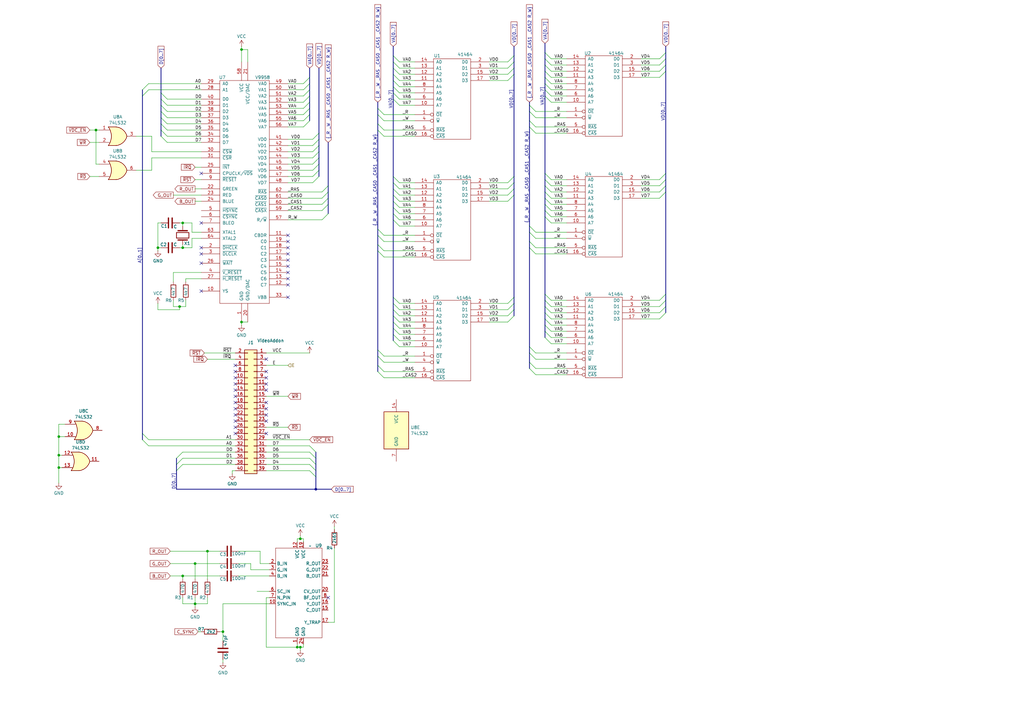
<source format=kicad_sch>
(kicad_sch (version 20231120) (generator "eeschema") (generator_version "8.0")
  (paper "A3")
  (lib_symbols
    (symbol "74xx:74LS32" (pin_names (offset 1.016))
      (property "Reference" "U" (at 0 1.27 0))
      (property "Value" "74LS32" (at 0 -1.27 0))
      (symbol "74LS32_1_1"
        (pin input line (at -7.62 2.54 0) (length 4.318) (name "~") (number "1"))
        (pin input line (at -7.62 -2.54 0) (length 4.318) (name "~") (number "2"))
        (pin output line (at 7.62 0 180) (length 3.81) (name "~") (number "3"))
      )
      (symbol "74LS32_1_2"
        (pin input inverted (at -7.62 2.54 0) (length 3.81) (name "~") (number "1"))
        (pin input inverted (at -7.62 -2.54 0) (length 3.81) (name "~") (number "2"))
        (pin output inverted (at 7.62 0 180) (length 3.81) (name "~") (number "3"))
      )
      (symbol "74LS32_2_1"
        (pin input line (at -7.62 2.54 0) (length 4.318) (name "~") (number "4"))
        (pin input line (at -7.62 -2.54 0) (length 4.318) (name "~") (number "5"))
        (pin output line (at 7.62 0 180) (length 3.81) (name "~") (number "6"))
      )
      (symbol "74LS32_2_2"
        (pin input inverted (at -7.62 2.54 0) (length 3.81) (name "~") (number "4"))
        (pin input inverted (at -7.62 -2.54 0) (length 3.81) (name "~") (number "5"))
        (pin output inverted (at 7.62 0 180) (length 3.81) (name "~") (number "6"))
      )
      (symbol "74LS32_3_1"
        (pin input line (at -7.62 -2.54 0) (length 4.318) (name "~") (number "10"))
        (pin output line (at 7.62 0 180) (length 3.81) (name "~") (number "8"))
        (pin input line (at -7.62 2.54 0) (length 4.318) (name "~") (number "9"))
      )
      (symbol "74LS32_3_2"
        (pin input inverted (at -7.62 -2.54 0) (length 3.81) (name "~") (number "10"))
        (pin output inverted (at 7.62 0 180) (length 3.81) (name "~") (number "8"))
        (pin input inverted (at -7.62 2.54 0) (length 3.81) (name "~") (number "9"))
      )
      (symbol "74LS32_4_1"
        (pin output line (at 7.62 0 180) (length 3.81) (name "~") (number "11"))
        (pin input line (at -7.62 2.54 0) (length 4.318) (name "~") (number "12"))
        (pin input line (at -7.62 -2.54 0) (length 4.318) (name "~") (number "13"))
      )
      (symbol "74LS32_4_2"
        (pin output inverted (at 7.62 0 180) (length 3.81) (name "~") (number "11"))
        (pin input inverted (at -7.62 2.54 0) (length 3.81) (name "~") (number "12"))
        (pin input inverted (at -7.62 -2.54 0) (length 3.81) (name "~") (number "13"))
      )
      (symbol "74LS32_5_0"
        (pin power_in line (at 0 12.7 270) (length 5.08) (name "VCC") (number "14"))
        (pin power_in line (at 0 -12.7 90) (length 5.08) (name "GND") (number "7"))
      )
    )
    (symbol "Connector_Generic:Conn_02x20_Odd_Even" (pin_names (offset 1.016) hide)
      (property "Reference" "J" (at 1.27 25.4 0))
      (property "Value" "Conn_02x20_Odd_Even" (at 1.27 -27.94 0))
      (symbol "Conn_02x20_Odd_Even_1_1"
        (pin passive line (at -5.08 22.86 0) (length 3.81) (name "Pin_1") (number "1"))
        (pin passive line (at 7.62 12.7 180) (length 3.81) (name "Pin_10") (number "10"))
        (pin passive line (at -5.08 10.16 0) (length 3.81) (name "Pin_11") (number "11"))
        (pin passive line (at 7.62 10.16 180) (length 3.81) (name "Pin_12") (number "12"))
        (pin passive line (at -5.08 7.62 0) (length 3.81) (name "Pin_13") (number "13"))
        (pin passive line (at 7.62 7.62 180) (length 3.81) (name "Pin_14") (number "14"))
        (pin passive line (at -5.08 5.08 0) (length 3.81) (name "Pin_15") (number "15"))
        (pin passive line (at 7.62 5.08 180) (length 3.81) (name "Pin_16") (number "16"))
        (pin passive line (at -5.08 2.54 0) (length 3.81) (name "Pin_17") (number "17"))
        (pin passive line (at 7.62 2.54 180) (length 3.81) (name "Pin_18") (number "18"))
        (pin passive line (at -5.08 0 0) (length 3.81) (name "Pin_19") (number "19"))
        (pin passive line (at 7.62 22.86 180) (length 3.81) (name "Pin_2") (number "2"))
        (pin passive line (at 7.62 0 180) (length 3.81) (name "Pin_20") (number "20"))
        (pin passive line (at -5.08 -2.54 0) (length 3.81) (name "Pin_21") (number "21"))
        (pin passive line (at 7.62 -2.54 180) (length 3.81) (name "Pin_22") (number "22"))
        (pin passive line (at -5.08 -5.08 0) (length 3.81) (name "Pin_23") (number "23"))
        (pin passive line (at 7.62 -5.08 180) (length 3.81) (name "Pin_24") (number "24"))
        (pin passive line (at -5.08 -7.62 0) (length 3.81) (name "Pin_25") (number "25"))
        (pin passive line (at 7.62 -7.62 180) (length 3.81) (name "Pin_26") (number "26"))
        (pin passive line (at -5.08 -10.16 0) (length 3.81) (name "Pin_27") (number "27"))
        (pin passive line (at 7.62 -10.16 180) (length 3.81) (name "Pin_28") (number "28"))
        (pin passive line (at -5.08 -12.7 0) (length 3.81) (name "Pin_29") (number "29"))
        (pin passive line (at -5.08 20.32 0) (length 3.81) (name "Pin_3") (number "3"))
        (pin passive line (at 7.62 -12.7 180) (length 3.81) (name "Pin_30") (number "30"))
        (pin passive line (at -5.08 -15.24 0) (length 3.81) (name "Pin_31") (number "31"))
        (pin passive line (at 7.62 -15.24 180) (length 3.81) (name "Pin_32") (number "32"))
        (pin passive line (at -5.08 -17.78 0) (length 3.81) (name "Pin_33") (number "33"))
        (pin passive line (at 7.62 -17.78 180) (length 3.81) (name "Pin_34") (number "34"))
        (pin passive line (at -5.08 -20.32 0) (length 3.81) (name "Pin_35") (number "35"))
        (pin passive line (at 7.62 -20.32 180) (length 3.81) (name "Pin_36") (number "36"))
        (pin passive line (at -5.08 -22.86 0) (length 3.81) (name "Pin_37") (number "37"))
        (pin passive line (at 7.62 -22.86 180) (length 3.81) (name "Pin_38") (number "38"))
        (pin passive line (at -5.08 -25.4 0) (length 3.81) (name "Pin_39") (number "39"))
        (pin passive line (at 7.62 20.32 180) (length 3.81) (name "Pin_4") (number "4"))
        (pin passive line (at 7.62 -25.4 180) (length 3.81) (name "Pin_40") (number "40"))
        (pin passive line (at -5.08 17.78 0) (length 3.81) (name "Pin_5") (number "5"))
        (pin passive line (at 7.62 17.78 180) (length 3.81) (name "Pin_6") (number "6"))
        (pin passive line (at -5.08 15.24 0) (length 3.81) (name "Pin_7") (number "7"))
        (pin passive line (at 7.62 15.24 180) (length 3.81) (name "Pin_8") (number "8"))
        (pin passive line (at -5.08 12.7 0) (length 3.81) (name "Pin_9") (number "9"))
      )
    )
    (symbol "Device:C" (pin_numbers hide) (pin_names (offset 0.254))
      (property "Reference" "C" (at 0.635 2.54 0))
      (property "Value" "C" (at 0.635 -2.54 0))
      (symbol "C_1_1"
        (pin passive line (at 0 3.81 270) (length 2.794) (name "~") (number "1"))
        (pin passive line (at 0 -3.81 90) (length 2.794) (name "~") (number "2"))
      )
    )
    (symbol "Device:R" (pin_numbers hide) (pin_names (offset 0))
      (property "Reference" "R" (at 2.032 0 90))
      (property "Value" "R" (at 0 0 90))
      (symbol "R_1_1"
        (pin passive line (at 0 3.81 270) (length 1.27) (name "~") (number "1"))
        (pin passive line (at 0 -3.81 90) (length 1.27) (name "~") (number "2"))
      )
    )
    (symbol "PCM_Crystal_AKL:Crystal_Generic" (pin_numbers hide) (pin_names (offset 1.016) hide)
      (property "Reference" "X" (at 0 3.81 0))
      (property "Value" "Crystal_Generic" (at 0 -3.81 0))
      (symbol "Crystal_Generic_1_1"
        (pin passive line (at -3.81 0 0) (length 1.27) (name "1") (number "1"))
        (pin passive line (at 3.81 0 180) (length 1.27) (name "2") (number "2"))
      )
    )
    (symbol "cbm-steve:41464" (pin_names (offset 1.016))
      (property "Reference" "U" (at 0 10.16 0))
      (property "Value" "41464" (at 1.27 6.35 0))
      (symbol "41464_0_0"
        (pin power_in line (at 0 -8.89 90) (length 1.27) hide (name "GND") (number "18"))
        (pin power_in line (at 0 24.13 270) (length 1.27) hide (name "VCC") (number "9"))
      )
      (symbol "41464_1_1"
        (pin input inverted (at -15.24 1.27 0) (length 7.62) (name "~{OE}") (number "1"))
        (pin input line (at -15.24 5.08 0) (length 7.62) (name "A7") (number "10"))
        (pin input line (at -15.24 15.24 0) (length 7.62) (name "A3") (number "11"))
        (pin input line (at -15.24 17.78 0) (length 7.62) (name "A2") (number "12"))
        (pin input line (at -15.24 20.32 0) (length 7.62) (name "A1") (number "13"))
        (pin input line (at -15.24 22.86 0) (length 7.62) (name "A0") (number "14"))
        (pin tri_state line (at 15.24 17.78 180) (length 7.62) (name "D2") (number "15"))
        (pin input inverted (at -15.24 -7.62 0) (length 7.62) (name "~{CAS}") (number "16"))
        (pin tri_state line (at 15.24 15.24 180) (length 7.62) (name "D3") (number "17"))
        (pin tri_state line (at 15.24 22.86 180) (length 7.62) (name "D0") (number "2"))
        (pin tri_state line (at 15.24 20.32 180) (length 7.62) (name "D1") (number "3"))
        (pin input inverted (at -15.24 -1.27 0) (length 7.62) (name "~{W}") (number "4"))
        (pin input inverted (at -15.24 -5.08 0) (length 7.62) (name "~{RAS}") (number "5"))
        (pin input line (at -15.24 7.62 0) (length 7.62) (name "A6") (number "6"))
        (pin input line (at -15.24 10.16 0) (length 7.62) (name "A5") (number "7"))
        (pin input line (at -15.24 12.7 0) (length 7.62) (name "A4") (number "8"))
      )
    )
    (symbol "cbm-steve:V9958" (pin_names (offset 1.016))
      (property "Reference" "U7" (at -9.144 39.37 0))
      (property "Value" "V9958" (at 7.366 39.37 0))
      (symbol "V9958_1_1"
        (pin power_in line (at -1.27 -60.96 90) (length 7.62) (name "GND") (number "1"))
        (pin output line (at -17.78 -48.26 0) (length 7.62) (name "YS") (number "10"))
        (pin tri_state line (at 17.78 -25.4 180) (length 7.62) (name "CBDR") (number "11"))
        (pin tri_state line (at 17.78 -45.72 180) (length 7.62) (name "C7") (number "12"))
        (pin tri_state line (at 17.78 -43.18 180) (length 7.62) (name "C6") (number "13"))
        (pin tri_state line (at 17.78 -40.64 180) (length 7.62) (name "C5") (number "14"))
        (pin tri_state line (at 17.78 -38.1 180) (length 7.62) (name "C4") (number "15"))
        (pin tri_state line (at 17.78 -35.56 180) (length 7.62) (name "C3") (number "16"))
        (pin tri_state line (at 17.78 -33.02 180) (length 7.62) (name "C2") (number "17"))
        (pin tri_state line (at 17.78 -30.48 180) (length 7.62) (name "C1") (number "18"))
        (pin tri_state line (at 17.78 -27.94 180) (length 7.62) (name "C0") (number "19"))
        (pin input line (at -17.78 -30.48 0) (length 7.62) (name "~{DHCLK}") (number "2"))
        (pin power_in line (at 1.27 -60.96 90) (length 7.62) (name "GND/DAC") (number "20"))
        (pin power_in line (at 1.27 45.72 270) (length 7.62) (name "VCC/DAC") (number "21"))
        (pin output line (at -17.78 -6.35 0) (length 7.62) (name "GREEN") (number "22"))
        (pin output line (at -17.78 -8.89 0) (length 7.62) (name "RED") (number "23"))
        (pin output line (at -17.78 -11.43 0) (length 7.62) (name "BLUE") (number "24"))
        (pin input line (at -17.78 2.54 0) (length 7.62) (name "~{INT}") (number "25"))
        (pin output line (at -17.78 -36.83 0) (length 7.62) (name "~{WAIT}") (number "26"))
        (pin input line (at -17.78 -43.18 0) (length 7.62) (name "~{H_RESET}") (number "27"))
        (pin input line (at -17.78 34.29 0) (length 7.62) (name "A1") (number "28"))
        (pin input line (at -17.78 36.83 0) (length 7.62) (name "A0") (number "29"))
        (pin input line (at -17.78 -33.02 0) (length 7.62) (name "~{DLCLK}") (number "3"))
        (pin input line (at -17.78 8.89 0) (length 7.62) (name "~{CSW}") (number "30"))
        (pin input line (at -17.78 6.35 0) (length 7.62) (name "~{CSR}") (number "31"))
        (pin tri_state line (at -17.78 12.7 0) (length 7.62) (name "D7") (number "32"))
        (pin output line (at 17.78 -50.8 180) (length 7.62) (name "VBB") (number "33"))
        (pin tri_state line (at -17.78 15.24 0) (length 7.62) (name "D6") (number "34"))
        (pin tri_state line (at -17.78 17.78 0) (length 7.62) (name "D5") (number "35"))
        (pin tri_state line (at -17.78 20.32 0) (length 7.62) (name "D4") (number "36"))
        (pin tri_state line (at -17.78 22.86 0) (length 7.62) (name "D3") (number "37"))
        (pin tri_state line (at -17.78 25.4 0) (length 7.62) (name "D2") (number "38"))
        (pin tri_state line (at -17.78 27.94 0) (length 7.62) (name "D1") (number "39"))
        (pin input line (at -17.78 -40.64 0) (length 7.62) (name "~{V_RESET}") (number "4"))
        (pin tri_state line (at -17.78 30.48 0) (length 7.62) (name "D0") (number "40"))
        (pin tri_state line (at 17.78 13.97 180) (length 7.62) (name "VD0") (number "41"))
        (pin tri_state line (at 17.78 11.43 180) (length 7.62) (name "VD1") (number "42"))
        (pin tri_state line (at 17.78 8.89 180) (length 7.62) (name "VD2") (number "43"))
        (pin tri_state line (at 17.78 6.35 180) (length 7.62) (name "VD3") (number "44"))
        (pin tri_state line (at 17.78 3.81 180) (length 7.62) (name "VD4") (number "45"))
        (pin tri_state line (at 17.78 1.27 180) (length 7.62) (name "VD5") (number "46"))
        (pin tri_state line (at 17.78 -1.27 180) (length 7.62) (name "VD6") (number "47"))
        (pin tri_state line (at 17.78 -3.81 180) (length 7.62) (name "VD7") (number "48"))
        (pin output line (at 17.78 36.83 180) (length 7.62) (name "VA0") (number "49"))
        (pin output line (at -17.78 -15.24 0) (length 7.62) (name "~{HSYNC}") (number "5"))
        (pin output line (at 17.78 34.29 180) (length 7.62) (name "VA1") (number "50"))
        (pin output line (at 17.78 31.75 180) (length 7.62) (name "VA2") (number "51"))
        (pin output line (at 17.78 29.21 180) (length 7.62) (name "VA3") (number "52"))
        (pin output line (at 17.78 26.67 180) (length 7.62) (name "VA4") (number "53"))
        (pin output line (at 17.78 24.13 180) (length 7.62) (name "VA5") (number "54"))
        (pin output line (at 17.78 21.59 180) (length 7.62) (name "VA6") (number "55"))
        (pin output line (at 17.78 19.05 180) (length 7.62) (name "VA7") (number "56"))
        (pin output line (at 17.78 -19.05 180) (length 7.62) (name "R/~{W}") (number "57"))
        (pin power_in line (at -1.27 45.72 270) (length 7.62) (name "VCC") (number "58"))
        (pin output line (at 17.78 -15.24 180) (length 7.62) (name "~{CASX}") (number "59"))
        (pin output line (at -17.78 -17.78 0) (length 7.62) (name "~{CSYNC}") (number "6"))
        (pin output line (at 17.78 -12.7 180) (length 7.62) (name "~{CAS1}") (number "60"))
        (pin output line (at 17.78 -10.16 180) (length 7.62) (name "~{CAS0}") (number "61"))
        (pin output line (at 17.78 -7.62 180) (length 7.62) (name "~{RAS}") (number "62"))
        (pin input line (at -17.78 -24.13 0) (length 7.62) (name "XTAL1") (number "63"))
        (pin input line (at -17.78 -26.67 0) (length 7.62) (name "XTAL2") (number "64"))
        (pin output line (at -17.78 -20.32 0) (length 7.62) (name "BLEO") (number "7"))
        (pin input line (at -17.78 0 0) (length 7.62) (name "CPUCLK/~{VDS}") (number "8"))
        (pin input line (at -17.78 -2.54 0) (length 7.62) (name "~{RESET}") (number "9"))
      )
    )
    (symbol "motherboard:CXA2075M"
      (property "Reference" "U" (at 6.858 -15.24 0))
      (symbol "CXA2075M_1_1"
        (pin power_in line (at -1.27 -16.51 90) (length 2.54) (name "GND") (number "1"))
        (pin input line (at -12.7 0 0) (length 2.54) (name "SYNC_IN") (number "10"))
        (pin power_in line (at -1.27 25.4 270) (length 2.54) (name "VCC") (number "12"))
        (pin output line (at 11.43 -2.54 180) (length 2.54) (name "C_OUT") (number "15"))
        (pin output line (at 11.43 0 180) (length 2.54) (name "Y_OUT") (number "16"))
        (pin output line (at 11.43 -7.62 180) (length 2.54) (name "Y_TRAP") (number "17"))
        (pin power_in line (at 1.27 25.4 270) (length 2.54) (name "VCC") (number "19"))
        (pin input line (at -12.7 16.51 0) (length 2.54) (name "B_IN") (number "2"))
        (pin output line (at 11.43 5.08 180) (length 2.54) (name "CV_OUT") (number "20"))
        (pin output line (at 11.43 11.43 180) (length 2.54) (name "B_OUT") (number "21"))
        (pin output line (at 11.43 13.97 180) (length 2.54) (name "G_OUT") (number "22"))
        (pin output line (at 11.43 16.51 180) (length 2.54) (name "R_OUT") (number "23"))
        (pin power_in line (at 1.27 -16.51 90) (length 2.54) (name "GND") (number "24"))
        (pin input line (at -12.7 13.97 0) (length 2.54) (name "G_IN") (number "3"))
        (pin input line (at -12.7 11.43 0) (length 2.54) (name "B_IN") (number "4"))
        (pin input line (at -12.7 5.08 0) (length 2.54) (name "SC_IN") (number "6"))
        (pin input line (at -12.7 2.54 0) (length 2.54) (name "N_PIN") (number "7"))
        (pin output line (at 11.43 2.54 180) (length 2.54) (name "BF_OUT") (number "8"))
      )
    )
    (symbol "power:GND" (power) (pin_numbers hide) (pin_names (offset 0) hide)
      (property "Value" "GND" (at 0 -3.81 0))
      (symbol "GND_1_1"
        (pin power_in line (at 0 0 270) (length 0) (name "~") (number "1"))
      )
    )
    (symbol "power:VCC" (power) (pin_numbers hide) (pin_names (offset 0) hide)
      (property "Value" "VCC" (at 0 3.556 0))
      (symbol "VCC_1_1"
        (pin power_in line (at 0 0 90) (length 0) (name "~") (number "1"))
      )
    )
  )
  (junction (at 91.44 259.08))
  (junction (at 99.06 132.08))
  (junction (at 121.92 265.43))
  (junction (at 80.01 247.65))
  (junction (at 24.13 186.69))
  (junction (at 123.19 220.98))
  (junction (at 73.66 125.73))
  (junction (at 74.93 91.44))
  (junction (at 24.13 191.77))
  (junction (at 99.06 20.32))
  (junction (at 80.01 231.14))
  (junction (at 64.77 101.6))
  (junction (at 24.13 179.07))
  (junction (at 39.37 53.34))
  (junction (at 74.93 101.6))
  (junction (at 123.19 265.43))
  (junction (at 74.93 236.22))
  (junction (at 129.54 200.66))
  (junction (at 85.09 226.06))
  (no_connect (at 109.22 152.4))
  (no_connect (at 96.52 152.4))
  (no_connect (at 96.52 154.94))
  (no_connect (at 82.55 71.12))
  (no_connect (at 96.52 157.48))
  (no_connect (at 134.62 245.11))
  (no_connect (at 96.52 177.8))
  (no_connect (at 96.52 162.56))
  (no_connect (at 96.52 170.18))
  (no_connect (at 118.11 101.6))
  (no_connect (at 118.11 96.52))
  (no_connect (at 96.52 172.72))
  (no_connect (at 109.22 160.02))
  (no_connect (at 82.55 101.6))
  (no_connect (at 118.11 116.84))
  (no_connect (at 82.55 119.38))
  (no_connect (at 109.22 157.48))
  (no_connect (at 118.11 109.22))
  (no_connect (at 109.22 165.1))
  (no_connect (at 109.22 170.18))
  (no_connect (at 109.22 172.72))
  (no_connect (at 118.11 104.14))
  (no_connect (at 109.22 147.32))
  (no_connect (at 109.22 177.8))
  (no_connect (at 96.52 149.86))
  (no_connect (at 96.52 175.26))
  (no_connect (at 82.55 107.95))
  (no_connect (at 96.52 165.1))
  (no_connect (at 96.52 167.64))
  (no_connect (at 96.52 160.02))
  (no_connect (at 118.11 114.3))
  (no_connect (at 118.11 99.06))
  (no_connect (at 109.22 154.94))
  (no_connect (at 118.11 121.92))
  (no_connect (at 82.55 104.14))
  (no_connect (at 82.55 91.44))
  (no_connect (at 118.11 106.68))
  (no_connect (at 109.22 167.64))
  (no_connect (at 118.11 111.76))
  (bus_entry (at 127 46.99) (size -2.54 2.54))
  (bus_entry (at 223.52 76.2) (size 2.54 2.54))
  (bus_entry (at 58.42 39.37) (size 2.54 -2.54))
  (bus_entry (at 58.42 180.34) (size 2.54 2.54))
  (bus_entry (at 217.17 43.18) (size 2.54 2.54))
  (bus_entry (at 154.94 102.87) (size 2.54 2.54))
  (bus_entry (at 210.82 77.47) (size -2.54 2.54))
  (bus_entry (at 154.94 50.8) (size 2.54 2.54))
  (bus_entry (at 217.17 101.6) (size 2.54 2.54))
  (bus_entry (at 223.52 36.83) (size 2.54 2.54))
  (bus_entry (at 210.82 121.92) (size -2.54 2.54))
  (bus_entry (at 273.05 26.67) (size -2.54 2.54))
  (bus_entry (at 161.29 38.1) (size 2.54 2.54))
  (bus_entry (at 217.17 99.06) (size 2.54 2.54))
  (bus_entry (at 223.52 86.36) (size 2.54 2.54))
  (bus_entry (at 223.52 81.28) (size 2.54 2.54))
  (bus_entry (at 217.17 95.25) (size 2.54 2.54))
  (bus_entry (at 273.05 123.19) (size -2.54 2.54))
  (bus_entry (at 127 49.53) (size -2.54 2.54))
  (bus_entry (at 217.17 144.78) (size 2.54 2.54))
  (bus_entry (at 223.52 135.89) (size 2.54 2.54))
  (bus_entry (at 161.29 129.54) (size 2.54 2.54))
  (bus_entry (at 161.29 25.4) (size 2.54 2.54))
  (bus_entry (at 161.29 139.7) (size 2.54 2.54))
  (bus_entry (at 130.81 54.61) (size -2.54 2.54))
  (bus_entry (at 161.29 74.93) (size 2.54 2.54))
  (bus_entry (at 66.04 48.26) (size 2.54 2.54))
  (bus_entry (at 273.05 78.74) (size -2.54 2.54))
  (bus_entry (at 72.39 187.96) (size 2.54 -2.54))
  (bus_entry (at 154.94 96.52) (size 2.54 2.54))
  (bus_entry (at 161.29 90.17) (size 2.54 2.54))
  (bus_entry (at 161.29 22.86) (size 2.54 2.54))
  (bus_entry (at 210.82 80.01) (size -2.54 2.54))
  (bus_entry (at 134.62 87.63) (size -2.54 2.54))
  (bus_entry (at 66.04 38.1) (size 2.54 2.54))
  (bus_entry (at 210.82 25.4) (size -2.54 2.54))
  (bus_entry (at 154.94 100.33) (size 2.54 2.54))
  (bus_entry (at 161.29 137.16) (size 2.54 2.54))
  (bus_entry (at 223.52 71.12) (size 2.54 2.54))
  (bus_entry (at 161.29 27.94) (size 2.54 2.54))
  (bus_entry (at 273.05 71.12) (size -2.54 2.54))
  (bus_entry (at 154.94 143.51) (size 2.54 2.54))
  (bus_entry (at 127 190.5) (size 2.54 2.54))
  (bus_entry (at 223.52 26.67) (size 2.54 2.54))
  (bus_entry (at 161.29 87.63) (size 2.54 2.54))
  (bus_entry (at 161.29 82.55) (size 2.54 2.54))
  (bus_entry (at 161.29 127) (size 2.54 2.54))
  (bus_entry (at 127 182.88) (size 2.54 2.54))
  (bus_entry (at 161.29 124.46) (size 2.54 2.54))
  (bus_entry (at 66.04 40.64) (size 2.54 2.54))
  (bus_entry (at 223.52 120.65) (size 2.54 2.54))
  (bus_entry (at 66.04 50.8) (size 2.54 2.54))
  (bus_entry (at 154.94 152.4) (size 2.54 2.54))
  (bus_entry (at 72.39 193.04) (size 2.54 -2.54))
  (bus_entry (at 273.05 120.65) (size -2.54 2.54))
  (bus_entry (at 223.52 128.27) (size 2.54 2.54))
  (bus_entry (at 273.05 21.59) (size -2.54 2.54))
  (bus_entry (at 223.52 138.43) (size 2.54 2.54))
  (bus_entry (at 223.52 125.73) (size 2.54 2.54))
  (bus_entry (at 127 41.91) (size -2.54 2.54))
  (bus_entry (at 127 31.75) (size -2.54 2.54))
  (bus_entry (at 154.94 93.98) (size 2.54 2.54))
  (bus_entry (at 58.42 36.83) (size 2.54 -2.54))
  (bus_entry (at 154.94 46.99) (size 2.54 2.54))
  (bus_entry (at 210.82 72.39) (size -2.54 2.54))
  (bus_entry (at 273.05 76.2) (size -2.54 2.54))
  (bus_entry (at 210.82 30.48) (size -2.54 2.54))
  (bus_entry (at 223.52 39.37) (size 2.54 2.54))
  (bus_entry (at 223.52 88.9) (size 2.54 2.54))
  (bus_entry (at 223.52 78.74) (size 2.54 2.54))
  (bus_entry (at 161.29 35.56) (size 2.54 2.54))
  (bus_entry (at 161.29 40.64) (size 2.54 2.54))
  (bus_entry (at 127 36.83) (size -2.54 2.54))
  (bus_entry (at 134.62 78.74) (size -2.54 2.54))
  (bus_entry (at 127 44.45) (size -2.54 2.54))
  (bus_entry (at 66.04 53.34) (size 2.54 2.54))
  (bus_entry (at 134.62 81.28) (size -2.54 2.54))
  (bus_entry (at 273.05 73.66) (size -2.54 2.54))
  (bus_entry (at 210.82 127) (size -2.54 2.54))
  (bus_entry (at 273.05 125.73) (size -2.54 2.54))
  (bus_entry (at 210.82 129.54) (size -2.54 2.54))
  (bus_entry (at 217.17 151.13) (size 2.54 2.54))
  (bus_entry (at 217.17 45.72) (size 2.54 2.54))
  (bus_entry (at 217.17 52.07) (size 2.54 2.54))
  (bus_entry (at 223.52 24.13) (size 2.54 2.54))
  (bus_entry (at 154.94 149.86) (size 2.54 2.54))
  (bus_entry (at 223.52 31.75) (size 2.54 2.54))
  (bus_entry (at 127 39.37) (size -2.54 2.54))
  (bus_entry (at 130.81 72.39) (size -2.54 2.54))
  (bus_entry (at 154.94 53.34) (size 2.54 2.54))
  (bus_entry (at 161.29 134.62) (size 2.54 2.54))
  (bus_entry (at 161.29 121.92) (size 2.54 2.54))
  (bus_entry (at 273.05 29.21) (size -2.54 2.54))
  (bus_entry (at 210.82 22.86) (size -2.54 2.54))
  (bus_entry (at 134.62 83.82) (size -2.54 2.54))
  (bus_entry (at 161.29 33.02) (size 2.54 2.54))
  (bus_entry (at 66.04 55.88) (size 2.54 2.54))
  (bus_entry (at 127 185.42) (size 2.54 2.54))
  (bus_entry (at 127 34.29) (size -2.54 2.54))
  (bus_entry (at 58.42 177.8) (size 2.54 2.54))
  (bus_entry (at 161.29 85.09) (size 2.54 2.54))
  (bus_entry (at 217.17 148.59) (size 2.54 2.54))
  (bus_entry (at 223.52 130.81) (size 2.54 2.54))
  (bus_entry (at 210.82 74.93) (size -2.54 2.54))
  (bus_entry (at 223.52 73.66) (size 2.54 2.54))
  (bus_entry (at 210.82 27.94) (size -2.54 2.54))
  (bus_entry (at 223.52 34.29) (size 2.54 2.54))
  (bus_entry (at 223.52 123.19) (size 2.54 2.54))
  (bus_entry (at 161.29 30.48) (size 2.54 2.54))
  (bus_entry (at 130.81 69.85) (size -2.54 2.54))
  (bus_entry (at 130.81 64.77) (size -2.54 2.54))
  (bus_entry (at 130.81 57.15) (size -2.54 2.54))
  (bus_entry (at 72.39 190.5) (size 2.54 -2.54))
  (bus_entry (at 66.04 43.18) (size 2.54 2.54))
  (bus_entry (at 217.17 49.53) (size 2.54 2.54))
  (bus_entry (at 130.81 59.69) (size -2.54 2.54))
  (bus_entry (at 223.52 21.59) (size 2.54 2.54))
  (bus_entry (at 161.29 72.39) (size 2.54 2.54))
  (bus_entry (at 154.94 44.45) (size 2.54 2.54))
  (bus_entry (at 127 193.04) (size 2.54 2.54))
  (bus_entry (at 134.62 76.2) (size -2.54 2.54))
  (bus_entry (at 210.82 124.46) (size -2.54 2.54))
  (bus_entry (at 161.29 80.01) (size 2.54 2.54))
  (bus_entry (at 223.52 83.82) (size 2.54 2.54))
  (bus_entry (at 223.52 133.35) (size 2.54 2.54))
  (bus_entry (at 161.29 77.47) (size 2.54 2.54))
  (bus_entry (at 217.17 142.24) (size 2.54 2.54))
  (bus_entry (at 66.04 45.72) (size 2.54 2.54))
  (bus_entry (at 127 187.96) (size 2.54 2.54))
  (bus_entry (at 130.81 67.31) (size -2.54 2.54))
  (bus_entry (at 154.94 146.05) (size 2.54 2.54))
  (bus_entry (at 217.17 92.71) (size 2.54 2.54))
  (bus_entry (at 161.29 132.08) (size 2.54 2.54))
  (bus_entry (at 273.05 128.27) (size -2.54 2.54))
  (bus_entry (at 130.81 62.23) (size -2.54 2.54))
  (bus_entry (at 273.05 24.13) (size -2.54 2.54))
  (bus_entry (at 223.52 29.21) (size 2.54 2.54))
  (bus (pts (xy 223.52 34.29) (xy 223.52 36.83)))
  (wire (pts (xy 109.22 190.5) (xy 127 190.5)))
  (bus (pts (xy 161.29 124.46) (xy 161.29 127)))
  (wire (pts (xy 163.83 27.94) (xy 170.18 27.94)))
  (wire (pts (xy 118.11 78.74) (xy 132.08 78.74)))
  (bus (pts (xy 72.39 187.96) (xy 72.39 190.5)))
  (wire (pts (xy 24.13 173.99) (xy 24.13 179.07)))
  (wire (pts (xy 118.11 64.77) (xy 128.27 64.77)))
  (bus (pts (xy 129.54 195.58) (xy 129.54 200.66)))
  (wire (pts (xy 118.11 36.83) (xy 124.46 36.83)))
  (wire (pts (xy 157.48 53.34) (xy 170.18 53.34)))
  (bus (pts (xy 130.81 64.77) (xy 130.81 67.31)))
  (wire (pts (xy 74.93 236.22) (xy 74.93 237.49)))
  (bus (pts (xy 223.52 78.74) (xy 223.52 81.28)))
  (bus (pts (xy 210.82 22.86) (xy 210.82 25.4)))
  (wire (pts (xy 76.2 114.3) (xy 76.2 115.57)))
  (wire (pts (xy 69.85 231.14) (xy 80.01 231.14)))
  (bus (pts (xy 127 36.83) (xy 127 39.37)))
  (wire (pts (xy 76.2 123.19) (xy 76.2 125.73)))
  (wire (pts (xy 90.17 259.08) (xy 91.44 259.08)))
  (wire (pts (xy 68.58 40.64) (xy 82.55 40.64)))
  (wire (pts (xy 62.23 64.77) (xy 82.55 64.77)))
  (wire (pts (xy 74.93 190.5) (xy 96.52 190.5)))
  (bus (pts (xy 217.17 101.6) (xy 217.17 142.24)))
  (wire (pts (xy 163.83 132.08) (xy 170.18 132.08)))
  (wire (pts (xy 24.13 186.69) (xy 24.13 191.77)))
  (wire (pts (xy 226.06 36.83) (xy 232.41 36.83)))
  (wire (pts (xy 80.01 77.47) (xy 82.55 77.47)))
  (wire (pts (xy 66.04 91.44) (xy 64.77 91.44)))
  (wire (pts (xy 109.22 193.04) (xy 127 193.04)))
  (wire (pts (xy 109.22 182.88) (xy 127 182.88)))
  (wire (pts (xy 71.12 111.76) (xy 71.12 115.57)))
  (wire (pts (xy 36.83 53.34) (xy 39.37 53.34)))
  (wire (pts (xy 163.83 87.63) (xy 170.18 87.63)))
  (wire (pts (xy 109.22 144.78) (xy 127 144.78)))
  (bus (pts (xy 223.52 39.37) (xy 223.52 71.12)))
  (bus (pts (xy 217.17 43.18) (xy 217.17 45.72)))
  (wire (pts (xy 64.77 101.6) (xy 66.04 101.6)))
  (wire (pts (xy 200.66 82.55) (xy 208.28 82.55)))
  (wire (pts (xy 74.93 187.96) (xy 96.52 187.96)))
  (wire (pts (xy 85.09 226.06) (xy 90.17 226.06)))
  (bus (pts (xy 223.52 83.82) (xy 223.52 86.36)))
  (wire (pts (xy 60.96 34.29) (xy 82.55 34.29)))
  (wire (pts (xy 68.58 48.26) (xy 82.55 48.26)))
  (wire (pts (xy 157.48 55.88) (xy 170.18 55.88)))
  (bus (pts (xy 161.29 22.86) (xy 161.29 25.4)))
  (wire (pts (xy 62.23 69.85) (xy 62.23 64.77)))
  (bus (pts (xy 273.05 120.65) (xy 273.05 123.19)))
  (wire (pts (xy 68.58 45.72) (xy 82.55 45.72)))
  (wire (pts (xy 226.06 39.37) (xy 232.41 39.37)))
  (wire (pts (xy 109.22 185.42) (xy 127 185.42)))
  (wire (pts (xy 200.66 77.47) (xy 208.28 77.47)))
  (bus (pts (xy 217.17 148.59) (xy 217.17 151.13)))
  (wire (pts (xy 163.83 127) (xy 170.18 127)))
  (bus (pts (xy 217.17 144.78) (xy 217.17 148.59)))
  (wire (pts (xy 219.71 101.6) (xy 232.41 101.6)))
  (wire (pts (xy 97.79 236.22) (xy 110.49 236.22)))
  (wire (pts (xy 200.66 33.02) (xy 208.28 33.02)))
  (bus (pts (xy 154.94 53.34) (xy 154.94 93.98)))
  (bus (pts (xy 273.05 19.05) (xy 273.05 21.59)))
  (bus (pts (xy 161.29 80.01) (xy 161.29 82.55)))
  (wire (pts (xy 74.93 236.22) (xy 90.17 236.22)))
  (wire (pts (xy 121.92 264.16) (xy 121.92 265.43)))
  (wire (pts (xy 219.71 54.61) (xy 232.41 54.61)))
  (wire (pts (xy 157.48 148.59) (xy 170.18 148.59)))
  (wire (pts (xy 157.48 105.41) (xy 170.18 105.41)))
  (wire (pts (xy 69.85 236.22) (xy 74.93 236.22)))
  (wire (pts (xy 137.16 224.79) (xy 137.16 255.27)))
  (wire (pts (xy 80.01 68.58) (xy 82.55 68.58)))
  (bus (pts (xy 129.54 193.04) (xy 129.54 195.58)))
  (wire (pts (xy 80.01 231.14) (xy 90.17 231.14)))
  (bus (pts (xy 127 44.45) (xy 127 46.99)))
  (wire (pts (xy 102.87 233.68) (xy 102.87 231.14)))
  (bus (pts (xy 161.29 25.4) (xy 161.29 27.94)))
  (wire (pts (xy 40.64 67.31) (xy 39.37 67.31)))
  (wire (pts (xy 124.46 222.25) (xy 124.46 220.98)))
  (bus (pts (xy 223.52 76.2) (xy 223.52 78.74)))
  (wire (pts (xy 200.66 129.54) (xy 208.28 129.54)))
  (bus (pts (xy 273.05 21.59) (xy 273.05 24.13)))
  (wire (pts (xy 118.11 67.31) (xy 128.27 67.31)))
  (wire (pts (xy 262.89 31.75) (xy 270.51 31.75)))
  (wire (pts (xy 219.71 151.13) (xy 232.41 151.13)))
  (wire (pts (xy 262.89 24.13) (xy 270.51 24.13)))
  (bus (pts (xy 66.04 50.8) (xy 66.04 53.34)))
  (wire (pts (xy 78.74 91.44) (xy 74.93 91.44)))
  (wire (pts (xy 157.48 146.05) (xy 170.18 146.05)))
  (wire (pts (xy 80.01 73.66) (xy 82.55 73.66)))
  (bus (pts (xy 217.17 95.25) (xy 217.17 99.06)))
  (bus (pts (xy 210.82 27.94) (xy 210.82 30.48)))
  (wire (pts (xy 219.71 144.78) (xy 232.41 144.78)))
  (wire (pts (xy 24.13 191.77) (xy 24.13 198.12)))
  (wire (pts (xy 262.89 123.19) (xy 270.51 123.19)))
  (wire (pts (xy 109.22 180.34) (xy 127 180.34)))
  (wire (pts (xy 219.71 97.79) (xy 232.41 97.79)))
  (wire (pts (xy 95.25 193.04) (xy 96.52 193.04)))
  (bus (pts (xy 273.05 29.21) (xy 273.05 71.12)))
  (wire (pts (xy 71.12 123.19) (xy 71.12 125.73)))
  (wire (pts (xy 226.06 78.74) (xy 232.41 78.74)))
  (wire (pts (xy 109.22 175.26) (xy 118.11 175.26)))
  (wire (pts (xy 163.83 43.18) (xy 170.18 43.18)))
  (bus (pts (xy 161.29 121.92) (xy 161.29 124.46)))
  (bus (pts (xy 161.29 134.62) (xy 161.29 137.16)))
  (bus (pts (xy 210.82 25.4) (xy 210.82 27.94)))
  (wire (pts (xy 157.48 154.94) (xy 170.18 154.94)))
  (wire (pts (xy 163.83 134.62) (xy 170.18 134.62)))
  (bus (pts (xy 210.82 72.39) (xy 210.82 74.93)))
  (wire (pts (xy 109.22 187.96) (xy 127 187.96)))
  (wire (pts (xy 118.11 46.99) (xy 124.46 46.99)))
  (bus (pts (xy 161.29 38.1) (xy 161.29 40.64)))
  (wire (pts (xy 85.09 226.06) (xy 85.09 237.49)))
  (wire (pts (xy 226.06 123.19) (xy 232.41 123.19)))
  (wire (pts (xy 226.06 31.75) (xy 232.41 31.75)))
  (bus (pts (xy 217.17 142.24) (xy 217.17 144.78)))
  (bus (pts (xy 154.94 96.52) (xy 154.94 100.33)))
  (wire (pts (xy 226.06 86.36) (xy 232.41 86.36)))
  (wire (pts (xy 121.92 265.43) (xy 123.19 265.43)))
  (bus (pts (xy 161.29 74.93) (xy 161.29 77.47)))
  (wire (pts (xy 82.55 114.3) (xy 76.2 114.3)))
  (wire (pts (xy 157.48 96.52) (xy 170.18 96.52)))
  (bus (pts (xy 161.29 129.54) (xy 161.29 132.08)))
  (wire (pts (xy 226.06 140.97) (xy 232.41 140.97)))
  (wire (pts (xy 118.11 69.85) (xy 128.27 69.85)))
  (wire (pts (xy 80.01 247.65) (xy 85.09 247.65)))
  (bus (pts (xy 161.29 40.64) (xy 161.29 72.39)))
  (bus (pts (xy 66.04 48.26) (xy 66.04 50.8)))
  (wire (pts (xy 226.06 34.29) (xy 232.41 34.29)))
  (wire (pts (xy 102.87 231.14) (xy 97.79 231.14)))
  (bus (pts (xy 223.52 31.75) (xy 223.52 34.29)))
  (wire (pts (xy 163.83 85.09) (xy 170.18 85.09)))
  (bus (pts (xy 66.04 43.18) (xy 66.04 45.72)))
  (bus (pts (xy 154.94 149.86) (xy 154.94 152.4)))
  (wire (pts (xy 226.06 76.2) (xy 232.41 76.2)))
  (wire (pts (xy 68.58 50.8) (xy 82.55 50.8)))
  (wire (pts (xy 118.11 72.39) (xy 128.27 72.39)))
  (bus (pts (xy 273.05 76.2) (xy 273.05 78.74)))
  (bus (pts (xy 154.94 41.91) (xy 154.94 44.45)))
  (bus (pts (xy 130.81 69.85) (xy 130.81 72.39)))
  (bus (pts (xy 223.52 128.27) (xy 223.52 130.81)))
  (wire (pts (xy 262.89 26.67) (xy 270.51 26.67)))
  (wire (pts (xy 163.83 129.54) (xy 170.18 129.54)))
  (wire (pts (xy 110.49 245.11) (xy 109.22 245.11)))
  (wire (pts (xy 219.71 104.14) (xy 232.41 104.14)))
  (wire (pts (xy 99.06 132.08) (xy 101.6 132.08)))
  (bus (pts (xy 273.05 78.74) (xy 273.05 120.65)))
  (wire (pts (xy 68.58 55.88) (xy 82.55 55.88)))
  (wire (pts (xy 26.67 173.99) (xy 24.13 173.99)))
  (wire (pts (xy 110.49 231.14) (xy 106.68 231.14)))
  (wire (pts (xy 105.41 242.57) (xy 110.49 242.57)))
  (bus (pts (xy 161.29 87.63) (xy 161.29 90.17)))
  (wire (pts (xy 157.48 152.4) (xy 170.18 152.4)))
  (wire (pts (xy 24.13 186.69) (xy 25.4 186.69)))
  (wire (pts (xy 219.71 95.25) (xy 232.41 95.25)))
  (bus (pts (xy 134.62 78.74) (xy 134.62 81.28)))
  (wire (pts (xy 118.11 86.36) (xy 132.08 86.36)))
  (wire (pts (xy 36.83 72.39) (xy 40.64 72.39)))
  (wire (pts (xy 99.06 20.32) (xy 99.06 19.05)))
  (wire (pts (xy 118.11 83.82) (xy 132.08 83.82)))
  (wire (pts (xy 262.89 81.28) (xy 270.51 81.28)))
  (bus (pts (xy 223.52 130.81) (xy 223.52 133.35)))
  (bus (pts (xy 66.04 27.94) (xy 66.04 38.1)))
  (bus (pts (xy 210.82 30.48) (xy 210.82 72.39)))
  (wire (pts (xy 74.93 245.11) (xy 74.93 247.65)))
  (wire (pts (xy 163.83 139.7) (xy 170.18 139.7)))
  (wire (pts (xy 262.89 130.81) (xy 270.51 130.81)))
  (wire (pts (xy 118.11 34.29) (xy 124.46 34.29)))
  (bus (pts (xy 223.52 36.83) (xy 223.52 39.37)))
  (bus (pts (xy 154.94 93.98) (xy 154.94 96.52)))
  (bus (pts (xy 223.52 86.36) (xy 223.52 88.9)))
  (wire (pts (xy 118.11 41.91) (xy 124.46 41.91)))
  (wire (pts (xy 226.06 73.66) (xy 232.41 73.66)))
  (wire (pts (xy 24.13 179.07) (xy 24.13 186.69)))
  (wire (pts (xy 62.23 62.23) (xy 82.55 62.23)))
  (bus (pts (xy 58.42 36.83) (xy 58.42 39.37)))
  (wire (pts (xy 262.89 29.21) (xy 270.51 29.21)))
  (bus (pts (xy 161.29 35.56) (xy 161.29 38.1)))
  (wire (pts (xy 124.46 220.98) (xy 123.19 220.98)))
  (wire (pts (xy 226.06 26.67) (xy 232.41 26.67)))
  (wire (pts (xy 82.55 111.76) (xy 71.12 111.76)))
  (bus (pts (xy 161.29 82.55) (xy 161.29 85.09)))
  (bus (pts (xy 127 41.91) (xy 127 44.45)))
  (bus (pts (xy 130.81 57.15) (xy 130.81 59.69)))
  (wire (pts (xy 81.28 259.08) (xy 82.55 259.08)))
  (wire (pts (xy 200.66 127) (xy 208.28 127)))
  (bus (pts (xy 161.29 72.39) (xy 161.29 74.93)))
  (wire (pts (xy 163.83 82.55) (xy 170.18 82.55)))
  (wire (pts (xy 110.49 233.68) (xy 102.87 233.68)))
  (wire (pts (xy 80.01 247.65) (xy 80.01 248.92)))
  (wire (pts (xy 226.06 41.91) (xy 232.41 41.91)))
  (wire (pts (xy 62.23 55.88) (xy 62.23 62.23)))
  (bus (pts (xy 161.29 19.05) (xy 161.29 22.86)))
  (wire (pts (xy 200.66 27.94) (xy 208.28 27.94)))
  (wire (pts (xy 226.06 133.35) (xy 232.41 133.35)))
  (bus (pts (xy 134.62 58.42) (xy 134.62 76.2)))
  (wire (pts (xy 78.74 97.79) (xy 82.55 97.79)))
  (wire (pts (xy 157.48 99.06) (xy 170.18 99.06)))
  (wire (pts (xy 262.89 73.66) (xy 270.51 73.66)))
  (bus (pts (xy 210.82 124.46) (xy 210.82 127)))
  (wire (pts (xy 123.19 265.43) (xy 123.19 266.7)))
  (wire (pts (xy 78.74 95.25) (xy 78.74 91.44)))
  (bus (pts (xy 154.94 100.33) (xy 154.94 102.87)))
  (wire (pts (xy 68.58 43.18) (xy 82.55 43.18)))
  (wire (pts (xy 226.06 81.28) (xy 232.41 81.28)))
  (bus (pts (xy 223.52 135.89) (xy 223.52 138.43)))
  (bus (pts (xy 129.54 190.5) (xy 129.54 193.04)))
  (wire (pts (xy 101.6 20.32) (xy 99.06 20.32)))
  (wire (pts (xy 60.96 180.34) (xy 96.52 180.34)))
  (bus (pts (xy 130.81 67.31) (xy 130.81 69.85)))
  (wire (pts (xy 60.96 182.88) (xy 96.52 182.88)))
  (wire (pts (xy 226.06 130.81) (xy 232.41 130.81)))
  (bus (pts (xy 161.29 33.02) (xy 161.29 35.56)))
  (wire (pts (xy 64.77 101.6) (xy 64.77 102.87)))
  (wire (pts (xy 95.25 194.31) (xy 95.25 193.04)))
  (bus (pts (xy 210.82 80.01) (xy 210.82 121.92)))
  (wire (pts (xy 262.89 128.27) (xy 270.51 128.27)))
  (bus (pts (xy 154.94 102.87) (xy 154.94 143.51)))
  (bus (pts (xy 217.17 92.71) (xy 217.17 95.25)))
  (wire (pts (xy 76.2 125.73) (xy 73.66 125.73)))
  (bus (pts (xy 210.82 19.05) (xy 210.82 22.86)))
  (bus (pts (xy 66.04 53.34) (xy 66.04 55.88)))
  (wire (pts (xy 101.6 25.4) (xy 101.6 20.32)))
  (wire (pts (xy 219.71 45.72) (xy 232.41 45.72)))
  (wire (pts (xy 68.58 53.34) (xy 82.55 53.34)))
  (bus (pts (xy 130.81 59.69) (xy 130.81 62.23)))
  (bus (pts (xy 161.29 127) (xy 161.29 129.54)))
  (bus (pts (xy 223.52 29.21) (xy 223.52 31.75)))
  (wire (pts (xy 157.48 46.99) (xy 170.18 46.99)))
  (bus (pts (xy 273.05 24.13) (xy 273.05 26.67)))
  (wire (pts (xy 121.92 220.98) (xy 121.92 222.25)))
  (wire (pts (xy 163.83 40.64) (xy 170.18 40.64)))
  (bus (pts (xy 134.62 83.82) (xy 134.62 87.63)))
  (wire (pts (xy 74.93 101.6) (xy 78.74 101.6)))
  (wire (pts (xy 74.93 91.44) (xy 74.93 92.71)))
  (wire (pts (xy 163.83 92.71) (xy 170.18 92.71)))
  (wire (pts (xy 226.06 88.9) (xy 232.41 88.9)))
  (bus (pts (xy 154.94 46.99) (xy 154.94 50.8)))
  (wire (pts (xy 226.06 29.21) (xy 232.41 29.21)))
  (wire (pts (xy 163.83 124.46) (xy 170.18 124.46)))
  (wire (pts (xy 71.12 80.01) (xy 82.55 80.01)))
  (bus (pts (xy 210.82 127) (xy 210.82 129.54)))
  (wire (pts (xy 69.85 226.06) (xy 85.09 226.06)))
  (bus (pts (xy 154.94 50.8) (xy 154.94 53.34)))
  (wire (pts (xy 73.66 127) (xy 64.77 127)))
  (wire (pts (xy 109.22 245.11) (xy 109.22 265.43)))
  (wire (pts (xy 163.83 77.47) (xy 170.18 77.47)))
  (wire (pts (xy 219.71 147.32) (xy 232.41 147.32)))
  (wire (pts (xy 163.83 74.93) (xy 170.18 74.93)))
  (bus (pts (xy 161.29 90.17) (xy 161.29 121.92)))
  (wire (pts (xy 200.66 132.08) (xy 208.28 132.08)))
  (wire (pts (xy 80.01 245.11) (xy 80.01 247.65)))
  (bus (pts (xy 223.52 81.28) (xy 223.52 83.82)))
  (wire (pts (xy 163.83 90.17) (xy 170.18 90.17)))
  (bus (pts (xy 72.39 193.04) (xy 72.39 200.66)))
  (wire (pts (xy 99.06 20.32) (xy 99.06 25.4)))
  (bus (pts (xy 127 46.99) (xy 127 49.53)))
  (wire (pts (xy 219.71 48.26) (xy 232.41 48.26)))
  (wire (pts (xy 118.11 44.45) (xy 124.46 44.45)))
  (bus (pts (xy 217.17 52.07) (xy 217.17 92.71)))
  (wire (pts (xy 85.09 147.32) (xy 96.52 147.32)))
  (wire (pts (xy 163.83 142.24) (xy 170.18 142.24)))
  (wire (pts (xy 91.44 259.08) (xy 91.44 262.89)))
  (wire (pts (xy 85.09 245.11) (xy 85.09 247.65)))
  (wire (pts (xy 110.49 247.65) (xy 91.44 247.65)))
  (bus (pts (xy 130.81 54.61) (xy 130.81 57.15)))
  (bus (pts (xy 130.81 27.94) (xy 130.81 54.61)))
  (wire (pts (xy 64.77 91.44) (xy 64.77 101.6)))
  (wire (pts (xy 106.68 231.14) (xy 106.68 226.06)))
  (wire (pts (xy 219.71 153.67) (xy 232.41 153.67)))
  (wire (pts (xy 226.06 138.43) (xy 232.41 138.43)))
  (wire (pts (xy 80.01 82.55) (xy 82.55 82.55)))
  (bus (pts (xy 161.29 30.48) (xy 161.29 33.02)))
  (wire (pts (xy 226.06 128.27) (xy 232.41 128.27)))
  (bus (pts (xy 129.54 185.42) (xy 129.54 187.96)))
  (bus (pts (xy 161.29 137.16) (xy 161.29 139.7)))
  (bus (pts (xy 210.82 74.93) (xy 210.82 77.47)))
  (wire (pts (xy 262.89 125.73) (xy 270.51 125.73)))
  (wire (pts (xy 200.66 25.4) (xy 208.28 25.4)))
  (wire (pts (xy 226.06 125.73) (xy 232.41 125.73)))
  (bus (pts (xy 127 31.75) (xy 127 34.29)))
  (wire (pts (xy 163.83 30.48) (xy 170.18 30.48)))
  (wire (pts (xy 109.22 162.56) (xy 118.11 162.56)))
  (wire (pts (xy 163.83 33.02) (xy 170.18 33.02)))
  (bus (pts (xy 217.17 41.91) (xy 217.17 43.18)))
  (wire (pts (xy 74.93 247.65) (xy 80.01 247.65)))
  (bus (pts (xy 217.17 99.06) (xy 217.17 101.6)))
  (wire (pts (xy 163.83 38.1) (xy 170.18 38.1)))
  (wire (pts (xy 106.68 226.06) (xy 97.79 226.06)))
  (wire (pts (xy 91.44 270.51) (xy 91.44 271.78)))
  (wire (pts (xy 109.22 265.43) (xy 121.92 265.43)))
  (wire (pts (xy 64.77 127) (xy 64.77 124.46)))
  (wire (pts (xy 163.83 137.16) (xy 170.18 137.16)))
  (bus (pts (xy 161.29 85.09) (xy 161.29 87.63)))
  (bus (pts (xy 273.05 73.66) (xy 273.05 76.2)))
  (wire (pts (xy 118.11 90.17) (xy 132.08 90.17)))
  (wire (pts (xy 200.66 30.48) (xy 208.28 30.48)))
  (bus (pts (xy 161.29 27.94) (xy 161.29 30.48)))
  (bus (pts (xy 154.94 143.51) (xy 154.94 146.05)))
  (bus (pts (xy 127 34.29) (xy 127 36.83)))
  (bus (pts (xy 273.05 26.67) (xy 273.05 29.21)))
  (wire (pts (xy 123.19 220.98) (xy 121.92 220.98)))
  (bus (pts (xy 210.82 121.92) (xy 210.82 124.46)))
  (wire (pts (xy 226.06 83.82) (xy 232.41 83.82)))
  (bus (pts (xy 223.52 17.78) (xy 223.52 21.59)))
  (bus (pts (xy 217.17 49.53) (xy 217.17 52.07)))
  (wire (pts (xy 24.13 179.07) (xy 26.67 179.07)))
  (bus (pts (xy 66.04 40.64) (xy 66.04 43.18)))
  (wire (pts (xy 60.96 36.83) (xy 82.55 36.83)))
  (bus (pts (xy 154.94 44.45) (xy 154.94 46.99)))
  (wire (pts (xy 25.4 191.77) (xy 24.13 191.77)))
  (wire (pts (xy 118.11 49.53) (xy 124.46 49.53)))
  (bus (pts (xy 130.81 62.23) (xy 130.81 64.77)))
  (wire (pts (xy 163.83 35.56) (xy 170.18 35.56)))
  (bus (pts (xy 135.89 200.66) (xy 129.54 200.66)))
  (wire (pts (xy 123.19 265.43) (xy 124.46 265.43)))
  (bus (pts (xy 273.05 71.12) (xy 273.05 73.66)))
  (bus (pts (xy 72.39 190.5) (xy 72.39 193.04)))
  (bus (pts (xy 223.52 120.65) (xy 223.52 123.19)))
  (bus (pts (xy 217.17 45.72) (xy 217.17 49.53)))
  (wire (pts (xy 55.88 55.88) (xy 62.23 55.88)))
  (bus (pts (xy 129.54 200.66) (xy 72.39 200.66)))
  (wire (pts (xy 226.06 91.44) (xy 232.41 91.44)))
  (wire (pts (xy 82.55 95.25) (xy 78.74 95.25)))
  (bus (pts (xy 223.52 26.67) (xy 223.52 29.21)))
  (wire (pts (xy 200.66 124.46) (xy 208.28 124.46)))
  (wire (pts (xy 118.11 57.15) (xy 128.27 57.15)))
  (wire (pts (xy 157.48 102.87) (xy 170.18 102.87)))
  (wire (pts (xy 219.71 52.07) (xy 232.41 52.07)))
  (bus (pts (xy 273.05 125.73) (xy 273.05 128.27)))
  (wire (pts (xy 73.66 91.44) (xy 74.93 91.44)))
  (bus (pts (xy 154.94 146.05) (xy 154.94 149.86)))
  (wire (pts (xy 78.74 101.6) (xy 78.74 97.79)))
  (bus (pts (xy 161.29 77.47) (xy 161.29 80.01)))
  (wire (pts (xy 157.48 49.53) (xy 170.18 49.53)))
  (wire (pts (xy 200.66 74.93) (xy 208.28 74.93)))
  (wire (pts (xy 91.44 247.65) (xy 91.44 259.08)))
  (bus (pts (xy 223.52 123.19) (xy 223.52 125.73)))
  (wire (pts (xy 118.11 52.07) (xy 124.46 52.07)))
  (wire (pts (xy 74.93 185.42) (xy 96.52 185.42)))
  (wire (pts (xy 123.19 219.71) (xy 123.19 220.98)))
  (wire (pts (xy 73.66 101.6) (xy 74.93 101.6)))
  (wire (pts (xy 163.83 80.01) (xy 170.18 80.01)))
  (bus (pts (xy 223.52 133.35) (xy 223.52 135.89)))
  (wire (pts (xy 118.11 39.37) (xy 124.46 39.37)))
  (bus (pts (xy 58.42 39.37) (xy 58.42 177.8)))
  (bus (pts (xy 134.62 76.2) (xy 134.62 78.74)))
  (bus (pts (xy 58.42 177.8) (xy 58.42 180.34)))
  (wire (pts (xy 118.11 74.93) (xy 128.27 74.93)))
  (wire (pts (xy 99.06 132.08) (xy 99.06 133.35)))
  (bus (pts (xy 129.54 187.96) (xy 129.54 190.5)))
  (bus (pts (xy 127 39.37) (xy 127 41.91)))
  (bus (pts (xy 134.62 81.28) (xy 134.62 83.82)))
  (bus (pts (xy 66.04 45.72) (xy 66.04 48.26)))
  (wire (pts (xy 163.83 25.4) (xy 170.18 25.4)))
  (wire (pts (xy 137.16 215.9) (xy 137.16 217.17)))
  (bus (pts (xy 273.05 123.19) (xy 273.05 125.73)))
  (bus (pts (xy 223.52 21.59) (xy 223.52 24.13)))
  (wire (pts (xy 118.11 62.23) (xy 128.27 62.23)))
  (wire (pts (xy 118.11 59.69) (xy 128.27 59.69)))
  (wire (pts (xy 73.66 125.73) (xy 71.12 125.73)))
  (wire (pts (xy 39.37 53.34) (xy 39.37 67.31)))
  (bus (pts (xy 127 27.94) (xy 127 31.75)))
  (wire (pts (xy 124.46 265.43) (xy 124.46 264.16)))
  (bus (pts (xy 161.29 132.08) (xy 161.29 134.62)))
  (wire (pts (xy 74.93 100.33) (xy 74.93 101.6)))
  (bus (pts (xy 223.52 71.12) (xy 223.52 73.66)))
  (wire (pts (xy 83.82 144.78) (xy 96.52 144.78)))
  (wire (pts (xy 109.22 149.86) (xy 118.11 149.86)))
  (bus (pts (xy 223.52 88.9) (xy 223.52 120.65)))
  (wire (pts (xy 200.66 80.01) (xy 208.28 80.01)))
  (wire (pts (xy 80.01 231.14) (xy 80.01 237.49)))
  (wire (pts (xy 55.88 69.85) (xy 62.23 69.85)))
  (wire (pts (xy 39.37 53.34) (xy 40.64 53.34)))
  (bus (pts (xy 223.52 125.73) (xy 223.52 128.27)))
  (wire (pts (xy 68.58 58.42) (xy 82.55 58.42)))
  (wire (pts (xy 262.89 78.74) (xy 270.51 78.74)))
  (wire (pts (xy 262.89 76.2) (xy 270.51 76.2)))
  (bus (pts (xy 210.82 77.47) (xy 210.82 80.01)))
  (bus (pts (xy 223.52 24.13) (xy 223.52 26.67)))
  (wire (pts (xy 226.06 24.13) (xy 232.41 24.13)))
  (wire (pts (xy 137.16 255.27) (xy 134.62 255.27)))
  (wire (pts (xy 118.11 81.28) (xy 132.08 81.28)))
  (wire (pts (xy 226.06 135.89) (xy 232.41 135.89)))
  (bus (pts (xy 66.04 38.1) (xy 66.04 40.64)))
  (wire (pts (xy 36.83 58.42) (xy 40.64 58.42)))
  (bus (pts (xy 223.52 73.66) (xy 223.52 76.2)))
  (wire (pts (xy 73.66 125.73) (xy 73.66 127)))
  (label "VA0" (at 227.33 123.19 0))
  (label "_CAS0" (at 165.1 55.88 0))
  (label "_W" (at 165.1 148.59 0))
  (label "~{RST}" (at 91.44 144.78 0))
  (label "_R" (at 227.33 95.25 0))
  (label "_R" (at 227.33 45.72 0))
  (label "VD1" (at 119.38 59.69 0))
  (label "VA7" (at 165.1 92.71 0))
  (label "VA3" (at 165.1 33.02 0))
  (label "_W" (at 165.1 99.06 0))
  (label "_RAS" (at 227.33 101.6 0))
  (label "VA6" (at 227.33 138.43 0))
  (label "_RAS" (at 118.11 78.74 0))
  (label "VD5" (at 119.38 69.85 0))
  (label "VA7" (at 227.33 91.44 0))
  (label "A1" (at 80.01 36.83 0))
  (label "_R" (at 165.1 146.05 0))
  (label "{_R _W _RAS _CAS0 _CAS1 _CAS2 R_W}" (at 154.94 92.71 90))
  (label "VD1" (at 200.66 27.94 0))
  (label "A0" (at 92.71 182.88 0))
  (label "VA5" (at 165.1 137.16 0))
  (label "_R" (at 165.1 96.52 0))
  (label "VD[0..7]" (at 210.82 44.45 90))
  (label "VA5" (at 227.33 36.83 0))
  (label "VA7" (at 227.33 140.97 0))
  (label "D7" (at 80.01 58.42 0))
  (label "VA2" (at 118.11 39.37 0))
  (label "VA2" (at 227.33 29.21 0))
  (label "VD0" (at 200.66 25.4 0))
  (label "_R" (at 165.1 46.99 0))
  (label "VD6" (at 262.89 128.27 0))
  (label "A0" (at 80.01 34.29 0))
  (label "~{IRQ}" (at 91.44 147.32 0))
  (label "VA6" (at 165.1 40.64 0))
  (label "VA3" (at 227.33 130.81 0))
  (label "VA7" (at 165.1 43.18 0))
  (label "A[0..1]" (at 58.42 107.95 90))
  (label "~{WR}" (at 111.76 162.56 0))
  (label "VA6" (at 118.11 49.53 0))
  (label "VA4" (at 118.11 44.45 0))
  (label "A1" (at 92.71 180.34 0))
  (label "VA2" (at 227.33 78.74 0))
  (label "VCC" (at 111.76 144.78 0))
  (label "VA0" (at 165.1 74.93 0))
  (label "VA1" (at 165.1 77.47 0))
  (label "VA1" (at 227.33 76.2 0))
  (label "VD7" (at 262.89 31.75 0))
  (label "D4" (at 80.01 50.8 0))
  (label "VD4" (at 262.89 123.19 0))
  (label "D0" (at 80.01 40.64 0))
  (label "VD0" (at 200.66 74.93 0))
  (label "VA2" (at 165.1 80.01 0))
  (label "VA0" (at 227.33 73.66 0))
  (label "D1" (at 80.01 43.18 0))
  (label "VD6" (at 262.89 29.21 0))
  (label "VA6" (at 165.1 139.7 0))
  (label "VA0" (at 227.33 24.13 0))
  (label "VD2" (at 119.38 62.23 0))
  (label "VA1" (at 227.33 125.73 0))
  (label "VA4" (at 165.1 134.62 0))
  (label "VA3" (at 165.1 132.08 0))
  (label "D2" (at 92.71 190.5 0))
  (label "~{VDC_EN}" (at 111.76 180.34 0))
  (label "VA1" (at 165.1 127 0))
  (label "VA0" (at 118.11 34.29 0))
  (label "VD5" (at 262.89 26.67 0))
  (label "R_W" (at 118.11 90.17 0))
  (label "VD4" (at 262.89 24.13 0))
  (label "VA1" (at 165.1 27.94 0))
  (label "_RAS" (at 165.1 152.4 0))
  (label "VA3" (at 165.1 82.55 0))
  (label "D3" (at 80.01 48.26 0))
  (label "VA4" (at 227.33 83.82 0))
  (label "VA5" (at 118.11 46.99 0))
  (label "~{RD}" (at 111.76 175.26 0))
  (label "VA6" (at 165.1 90.17 0))
  (label "_RAS" (at 165.1 53.34 0))
  (label "VA2" (at 165.1 30.48 0))
  (label "_W" (at 227.33 147.32 0))
  (label "VD0" (at 119.38 57.15 0))
  (label "VD0" (at 200.66 124.46 0))
  (label "VA[0..7]" (at 223.52 43.18 90))
  (label "VA1" (at 118.11 36.83 0))
  (label "_RAS" (at 227.33 52.07 0))
  (label "D5" (at 80.01 53.34 0))
  (label "VD3" (at 200.66 33.02 0))
  (label "_CAS0" (at 118.11 81.28 0))
  (label "D5" (at 111.76 187.96 0))
  (label "VA5" (at 165.1 87.63 0))
  (label "VA7" (at 227.33 41.91 0))
  (label "{_R _W _RAS _CAS0 _CAS1 _CAS2 R_W}" (at 217.17 91.44 90))
  (label "_W" (at 165.1 49.53 0))
  (label "VD6" (at 262.89 78.74 0))
  (label "_RAS" (at 227.33 151.13 0))
  (label "VD1" (at 200.66 77.47 0))
  (label "VA3" (at 227.33 81.28 0))
  (label "VA3" (at 227.33 31.75 0))
  (label "VD7" (at 262.89 81.28 0))
  (label "D0" (at 92.71 185.42 0))
  (label "_CAS2" (at 227.33 153.67 0))
  (label "_CAS0" (at 227.33 54.61 0))
  (label "_RAS" (at 165.1 102.87 0))
  (label "VA2" (at 227.33 128.27 0))
  (label "VD2" (at 200.66 80.01 0))
  (label "VA[0..7]" (at 161.29 44.45 90))
  (label "D6" (at 80.01 55.88 0))
  (label "VA7" (at 165.1 142.24 0))
  (label "VD7" (at 119.38 74.93 0))
  (label "VA5" (at 227.33 86.36 0))
  (label "D3" (at 111.76 193.04 0))
  (label "VD4" (at 262.89 73.66 0))
  (label "VA0" (at 165.1 25.4 0))
  (label "VD3" (at 200.66 82.55 0))
  (label "D4" (at 111.76 190.5 0))
  (label "VD3" (at 200.66 132.08 0))
  (label "D2" (at 80.01 45.72 0))
  (label "VA1" (at 227.33 26.67 0))
  (label "_CAS1" (at 227.33 104.14 0))
  (label "VA2" (at 165.1 129.54 0))
  (label "VA6" (at 227.33 39.37 0))
  (label "VD7" (at 262.89 130.81 0))
  (label "_CAS2" (at 118.11 86.36 0))
  (label "_W" (at 227.33 48.26 0))
  (label "VA6" (at 227.33 88.9 0))
  (label "VD2" (at 200.66 30.48 0))
  (label "VD6" (at 119.38 72.39 0))
  (label "VA5" (at 165.1 38.1 0))
  (label "VD4" (at 119.38 67.31 0))
  (label "VD1" (at 200.66 127 0))
  (label "VA4" (at 165.1 35.56 0))
  (label "VA0" (at 165.1 124.46 0))
  (label "_R" (at 227.33 144.78 0))
  (label "D1" (at 92.71 187.96 0))
  (label "VD[0..7]" (at 273.05 49.53 90))
  (label "_CAS2" (at 165.1 154.94 0))
  (label "VA4" (at 227.33 133.35 0))
  (label "VA4" (at 165.1 85.09 0))
  (label "VA5" (at 227.33 135.89 0))
  (label "VD2" (at 200.66 129.54 0))
  (label "_CAS1" (at 165.1 105.41 0))
  (label "D6" (at 111.76 185.42 0))
  (label "VA4" (at 227.33 34.29 0))
  (label "_CAS1" (at 118.11 83.82 0))
  (label "VD5" (at 262.89 76.2 0))
  (label "VD3" (at 119.38 64.77 0))
  (label "D[0..7]" (at 72.39 200.66 90))
  (label "VA7" (at 118.11 52.07 0))
  (label "E" (at 111.76 149.86 0))
  (label "VD5" (at 262.89 125.73 0))
  (label "VA3" (at 118.11 41.91 0))
  (label "D7" (at 111.76 182.88 0))
  (label "_W" (at 227.33 97.79 0))
  (global_label "G_OUT" (shape input) (at 69.85 231.14 180) (property "Intersheetrefs" "${INTERSHEET_REFS}" (effects (hide yes))))
  (global_label "~{VDC_EN}" (shape input) (at 127 180.34 0) (property "Intersheetrefs" "${INTERSHEET_REFS}" (effects (hide yes))))
  (global_label "~{RD}" (shape input) (at 118.11 175.26 0) (property "Intersheetrefs" "${INTERSHEET_REFS}" (effects (hide yes))))
  (global_label "~{IRQ}" (shape input) (at 80.01 68.58 180) (property "Intersheetrefs" "${INTERSHEET_REFS}" (effects (hide yes))))
  (global_label "C_SYNC" (shape input) (at 81.28 259.08 180) (property "Intersheetrefs" "${INTERSHEET_REFS}" (effects (hide yes))))
  (global_label "{_R _W _RAS _CAS0 _CAS1 _CAS2 R_W}" (shape input) (at 154.94 41.91 90) (property "Intersheetrefs" "${INTERSHEET_REFS}" (effects (hide yes))))
  (global_label "R_OUT" (shape output) (at 80.01 77.47 180) (property "Intersheetrefs" "${INTERSHEET_REFS}" (effects (hide yes))))
  (global_label "~{RD}" (shape input) (at 36.83 72.39 180) (property "Intersheetrefs" "${INTERSHEET_REFS}" (effects (hide yes))))
  (global_label "D[0..7]" (shape input) (at 66.04 27.94 90) (property "Intersheetrefs" "${INTERSHEET_REFS}" (effects (hide yes))))
  (global_label "VD[0..7]" (shape input) (at 273.05 19.05 90) (property "Intersheetrefs" "${INTERSHEET_REFS}" (effects (hide yes))))
  (global_label "~{RST}" (shape input) (at 83.82 144.78 180) (property "Intersheetrefs" "${INTERSHEET_REFS}" (effects (hide yes))))
  (global_label "B_OUT" (shape output) (at 80.01 82.55 180) (property "Intersheetrefs" "${INTERSHEET_REFS}" (effects (hide yes))))
  (global_label "VA[0..7]" (shape input) (at 161.29 19.05 90) (property "Intersheetrefs" "${INTERSHEET_REFS}" (effects (hide yes))))
  (global_label "{_R _W _RAS _CAS0 _CAS1 _CAS2 R_W}" (shape input) (at 217.17 41.91 90) (property "Intersheetrefs" "${INTERSHEET_REFS}" (effects (hide yes))))
  (global_label "VA[0..7]" (shape input) (at 223.52 17.78 90) (property "Intersheetrefs" "${INTERSHEET_REFS}" (effects (hide yes))))
  (global_label "~{RST}" (shape input) (at 80.01 73.66 180) (property "Intersheetrefs" "${INTERSHEET_REFS}" (effects (hide yes))))
  (global_label "{_R _W _RAS _CAS0 _CAS1 _CAS2 R_W}" (shape input) (at 134.62 58.42 90) (property "Intersheetrefs" "${INTERSHEET_REFS}" (effects (hide yes))))
  (global_label "G_OUT" (shape output) (at 71.12 80.01 180) (property "Intersheetrefs" "${INTERSHEET_REFS}" (effects (hide yes))))
  (global_label "~{IRQ}" (shape input) (at 85.09 147.32 180) (property "Intersheetrefs" "${INTERSHEET_REFS}" (effects (hide yes))))
  (global_label "~{VDC_EN}" (shape input) (at 36.83 53.34 180) (property "Intersheetrefs" "${INTERSHEET_REFS}" (effects (hide yes))))
  (global_label "~{WR}" (shape input) (at 118.11 162.56 0) (property "Intersheetrefs" "${INTERSHEET_REFS}" (effects (hide yes))))
  (global_label "D[0..7]" (shape input) (at 135.89 200.66 0) (property "Intersheetrefs" "${INTERSHEET_REFS}" (effects (hide yes))))
  (global_label "B_OUT" (shape input) (at 69.85 236.22 180) (property "Intersheetrefs" "${INTERSHEET_REFS}" (effects (hide yes))))
  (global_label "~{WR}" (shape input) (at 36.83 58.42 180) (property "Intersheetrefs" "${INTERSHEET_REFS}" (effects (hide yes))))
  (global_label "VD[0..7]" (shape input) (at 210.82 19.05 90) (property "Intersheetrefs" "${INTERSHEET_REFS}" (effects (hide yes))))
  (global_label "VA[0..7]" (shape input) (at 127 27.94 90) (property "Intersheetrefs" "${INTERSHEET_REFS}" (effects (hide yes))))
  (global_label "R_OUT" (shape input) (at 69.85 226.06 180) (property "Intersheetrefs" "${INTERSHEET_REFS}" (effects (hide yes))))
  (global_label "VD[0..7]" (shape input) (at 130.81 27.94 90) (property "Intersheetrefs" "${INTERSHEET_REFS}" (effects (hide yes))))
  (hierarchical_label "E" (shape input) (at 118.11 149.86 0))
  (symbol (lib_id "Device:R") (at 85.09 241.3 0) (unit 1)
    (property "Reference" "R2" (at 81.788 245.11 0) (effects (justify left)))
    (property "Value" "470" (at 85.09 243.332 90) (effects (justify left)))
    (property "Description" "Resistor" (effects (hide yes)))
  )
  (symbol (lib_id "power:GND") (at 80.01 248.92 0) (unit 1)
    (property "Reference" "#PWR010" (effects (hide yes)))
    (property "Value" "GND" (at 80.01 253.0531 0))
    (property "Description" "Power symbol creates a global label with name \"GND\" , ground" (effects (hide yes)))
  )
  (symbol (lib_id "74xx:74LS32") (at 34.29 176.53 0) (unit 3)
    (property "Reference" "U8" (at 34.29 168.5755 0))
    (property "Value" "74LS32" (at 34.29 170.9998 0))
    (property "Datasheet" "http://www.ti.com/lit/gpn/sn74LS32" (effects (hide yes)))
    (property "Description" "Quad 2-input OR" (effects (hide yes)))
  )
  (symbol (lib_id "74xx:74LS32") (at 48.26 55.88 0) (unit 1)
    (property "Reference" "U8" (at 48.26 47.9255 0))
    (property "Value" "74LS32" (at 48.26 50.3498 0))
    (property "Datasheet" "http://www.ti.com/lit/gpn/sn74LS32" (effects (hide yes)))
    (property "Description" "Quad 2-input OR" (effects (hide yes)))
  )
  (symbol (lib_id "Device:R") (at 76.2 119.38 0) (unit 1)
    (property "Reference" "R5" (at 72.898 123.19 0) (effects (justify left)))
    (property "Value" "4k7" (at 76.2 121.412 90) (effects (justify left)))
    (property "Description" "Resistor" (effects (hide yes)))
  )
  (symbol (lib_id "Device:R") (at 80.01 241.3 0) (unit 1)
    (property "Reference" "R1" (at 76.708 245.11 0) (effects (justify left)))
    (property "Value" "470" (at 80.01 243.332 90) (effects (justify left)))
    (property "Description" "Resistor" (effects (hide yes)))
  )
  (symbol (lib_id "power:VCC") (at 123.19 219.71 0) (unit 1)
    (property "Reference" "#PWR06" (effects (hide yes)))
    (property "Value" "VCC" (at 123.19 215.5769 0))
    (property "Description" "Power symbol creates a global label with name \"VCC\"" (effects (hide yes)))
  )
  (symbol (lib_id "power:VCC") (at 137.16 215.9 0) (unit 1)
    (property "Reference" "#PWR08" (effects (hide yes)))
    (property "Value" "VCC" (at 137.16 211.7669 0))
    (property "Description" "Power symbol creates a global label with name \"VCC\"" (effects (hide yes)))
  )
  (symbol (lib_id "cbm-steve:41464") (at 185.42 147.32 0) (unit 1)
    (property "Reference" "U5" (at 178.816 121.92 0))
    (property "Value" "41464" (at 190.246 122.174 0))
  )
  (symbol (lib_id "cbm-steve:41464") (at 247.65 96.52 0) (unit 1)
    (property "Reference" "U4" (at 241.3 71.374 0))
    (property "Value" "41464" (at 252.476 71.374 0))
  )
  (symbol (lib_id "Device:R") (at 74.93 241.3 0) (unit 1)
    (property "Reference" "R3" (at 71.628 245.11 0) (effects (justify left)))
    (property "Value" "470" (at 74.93 243.332 90) (effects (justify left)))
    (property "Description" "Resistor" (effects (hide yes)))
  )
  (symbol (lib_id "power:VCC") (at 64.77 124.46 0) (unit 1)
    (property "Reference" "#PWR09" (effects (hide yes)))
    (property "Value" "VCC" (at 64.77 120.3269 0))
    (property "Description" "Power symbol creates a global label with name \"VCC\"" (effects (hide yes)))
  )
  (symbol (lib_id "Device:C") (at 91.44 266.7 180) (unit 1)
    (property "Reference" "C6" (at 92.71 269.24 90))
    (property "Value" "47pF" (at 92.456 262.636 90))
    (property "Description" "Unpolarized capacitor" (effects (hide yes)))
  )
  (symbol (lib_id "cbm-steve:V9958") (at 100.33 71.12 0) (unit 1)
    (property "Reference" "U7" (at 91.186 31.75 0))
    (property "Value" "V9958" (at 107.696 31.75 0))
  )
  (symbol (lib_id "Device:R") (at 71.12 119.38 0) (unit 1)
    (property "Reference" "R6" (at 67.818 123.19 0) (effects (justify left)))
    (property "Value" "4k7" (at 71.12 121.412 90) (effects (justify left)))
    (property "Description" "Resistor" (effects (hide yes)))
  )
  (symbol (lib_id "PCM_Crystal_AKL:Crystal_Generic") (at 74.93 96.52 270) (unit 1)
    (property "Reference" "X1" (at 75.438 99.822 90) (effects (justify left)))
    (property "Value" "Crystal_Generic" (effects (hide yes)))
    (property "Description" "Quartz crystal, Generic symbol, Alternate KiCad Library" (effects (hide yes)))
  )
  (symbol (lib_id "cbm-steve:41464") (at 185.42 48.26 0) (unit 1)
    (property "Reference" "U1" (at 179.324 22.86 0))
    (property "Value" "41464" (at 190.754 22.352 0))
  )
  (symbol (lib_id "Device:R") (at 137.16 220.98 0) (unit 1)
    (property "Reference" "R4" (at 133.858 224.79 0) (effects (justify left)))
    (property "Value" "2k61" (at 137.16 223.012 90) (effects (justify left)))
    (property "Description" "Resistor" (effects (hide yes)))
  )
  (symbol (lib_id "Device:C") (at 93.98 226.06 90) (unit 1)
    (property "Reference" "C3" (at 91.44 227.33 90))
    (property "Value" "100nF" (at 98.044 227.076 90))
    (property "Description" "Unpolarized capacitor" (effects (hide yes)))
  )
  (symbol (lib_id "Connector_Generic:Conn_02x20_Odd_Even") (at 104.14 167.64 0) (mirror y) (unit 1)
    (property "Reference" "J1" (at 102.87 140.5001 0))
    (property "Value" "VideoAddon" (at 110.998 139.7 0))
    (property "Footprint" "Connector_PinSocket_2.54mm:PinSocket_2x20_P2.54mm_Vertical" (effects (hide yes)))
  )
  (symbol (lib_id "power:GND") (at 24.13 198.12 0) (unit 1)
    (property "Reference" "#PWR012" (effects (hide yes)))
    (property "Value" "GND" (at 24.13 202.2531 0))
    (property "Description" "Power symbol creates a global label with name \"GND\" , ground" (effects (hide yes)))
  )
  (symbol (lib_id "74xx:74LS32") (at 48.26 69.85 0) (unit 2)
    (property "Reference" "U8" (at 48.26 61.8955 0))
    (property "Value" "74LS32" (at 48.26 64.3198 0))
    (property "Datasheet" "http://www.ti.com/lit/gpn/sn74LS32" (effects (hide yes)))
    (property "Description" "Quad 2-input OR" (effects (hide yes)))
  )
  (symbol (lib_id "power:GND") (at 123.19 266.7 0) (unit 1)
    (property "Reference" "#PWR07" (effects (hide yes)))
    (property "Value" "GND" (at 123.19 270.8331 0))
    (property "Description" "Power symbol creates a global label with name \"GND\" , ground" (effects (hide yes)))
  )
  (symbol (lib_id "power:VCC") (at 99.06 19.05 0) (unit 1)
    (property "Reference" "#PWR04" (effects (hide yes)))
    (property "Value" "VCC" (at 99.06 14.9169 0))
    (property "Description" "Power symbol creates a global label with name \"VCC\"" (effects (hide yes)))
  )
  (symbol (lib_id "cbm-steve:41464") (at 185.42 97.79 0) (unit 1)
    (property "Reference" "U3" (at 179.07 72.39 0))
    (property "Value" "41464" (at 190.246 72.644 0))
  )
  (symbol (lib_id "74xx:74LS32") (at 33.02 189.23 0) (unit 4)
    (property "Reference" "U8" (at 33.02 181.2755 0))
    (property "Value" "74LS32" (at 33.02 183.6998 0))
    (property "Datasheet" "http://www.ti.com/lit/gpn/sn74LS32" (effects (hide yes)))
    (property "Description" "Quad 2-input OR" (effects (hide yes)))
  )
  (symbol (lib_id "power:GND") (at 99.06 133.35 0) (unit 1)
    (property "Reference" "#PWR05" (effects (hide yes)))
    (property "Value" "GND" (at 99.06 137.4831 0))
    (property "Description" "Power symbol creates a global label with name \"GND\" , ground" (effects (hide yes)))
  )
  (symbol (lib_id "cbm-steve:41464") (at 247.65 46.99 0) (unit 1)
    (property "Reference" "U2" (at 241.046 21.844 0))
    (property "Value" "41464" (at 252.73 21.844 0))
  )
  (symbol (lib_id "power:GND") (at 64.77 102.87 0) (unit 1)
    (property "Reference" "#PWR03" (effects (hide yes)))
    (property "Value" "GND" (at 64.77 107.0031 0))
    (property "Description" "Power symbol creates a global label with name \"GND\" , ground" (effects (hide yes)))
  )
  (symbol (lib_id "Device:C") (at 93.98 236.22 90) (unit 1)
    (property "Reference" "C5" (at 91.44 237.49 90))
    (property "Value" "100nF" (at 98.044 237.236 90))
    (property "Description" "Unpolarized capacitor" (effects (hide yes)))
  )
  (symbol (lib_id "74xx:74LS32") (at 162.56 176.53 0) (unit 5)
    (property "Reference" "U8" (at 168.402 175.3178 0) (effects (justify left)))
    (property "Value" "74LS32" (at 168.402 177.7421 0) (effects (justify left)))
    (property "Datasheet" "http://www.ti.com/lit/gpn/sn74LS32" (effects (hide yes)))
    (property "Description" "Quad 2-input OR" (effects (hide yes)))
  )
  (symbol (lib_id "Device:C") (at 93.98 231.14 90) (unit 1)
    (property "Reference" "C4" (at 91.44 232.41 90))
    (property "Value" "100nF" (at 98.044 232.156 90))
    (property "Description" "Unpolarized capacitor" (effects (hide yes)))
  )
  (symbol (lib_id "Device:R") (at 86.36 259.08 90) (unit 1)
    (property "Reference" "R7" (at 83.82 258.064 90) (effects (justify left)))
    (property "Value" "2k2" (at 88.392 259.08 90) (effects (justify left)))
    (property "Description" "Resistor" (effects (hide yes)))
  )
  (symbol (lib_id "power:GND") (at 91.44 271.78 0) (unit 1)
    (property "Reference" "#PWR011" (effects (hide yes)))
    (property "Value" "GND" (at 91.44 275.9131 0))
    (property "Description" "Power symbol creates a global label with name \"GND\" , ground" (effects (hide yes)))
  )
  (symbol (lib_id "cbm-steve:41464") (at 247.65 146.05 0) (unit 1)
    (property "Reference" "U6" (at 241.3 120.65 0))
    (property "Value" "41464" (at 252.476 120.65 0))
  )
  (symbol (lib_id "power:GND") (at 95.25 194.31 0) (unit 1)
    (property "Reference" "#PWR01" (effects (hide yes)))
    (property "Value" "GND" (at 95.25 198.4431 0))
    (property "Description" "Power symbol creates a global label with name \"GND\" , ground" (effects (hide yes)))
  )
  (symbol (lib_id "motherboard:CXA2075M") (at 123.19 247.65 0) (unit 1)
    (property "Reference" "U9" (at 129.286 223.774 0) (effects (justify left)))
    (property "Value" "~" (at 126.6541 223.9399 0) (effects (justify left)))
  )
  (symbol (lib_id "Device:C") (at 69.85 101.6 90) (unit 1)
    (property "Reference" "C2" (at 67.056 100.33 90))
    (property "Value" "C" (at 71.882 100.33 90))
    (property "Description" "Unpolarized capacitor" (effects (hide yes)))
  )
  (symbol (lib_id "power:VCC") (at 127 144.78 0) (unit 1)
    (property "Reference" "#PWR02" (effects (hide yes)))
    (property "Value" "VCC" (at 127 140.6469 0))
    (property "Description" "Power symbol creates a global label with name \"VCC\"" (effects (hide yes)))
  )
  (symbol (lib_id "Device:C") (at 69.85 91.44 90) (unit 1)
    (property "Reference" "C1" (at 67.31 92.71 90))
    (property "Value" "C" (at 71.882 92.964 90))
    (property "Description" "Unpolarized capacitor" (effects (hide yes)))
  )
)
</source>
